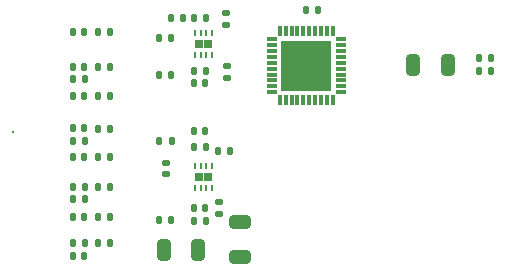
<source format=gbr>
%TF.GenerationSoftware,KiCad,Pcbnew,8.0.5*%
%TF.CreationDate,2024-11-05T15:42:22+00:00*%
%TF.ProjectId,ADE_Main_V4,4144455f-4d61-4696-9e5f-56342e6b6963,rev?*%
%TF.SameCoordinates,Original*%
%TF.FileFunction,Paste,Top*%
%TF.FilePolarity,Positive*%
%FSLAX46Y46*%
G04 Gerber Fmt 4.6, Leading zero omitted, Abs format (unit mm)*
G04 Created by KiCad (PCBNEW 8.0.5) date 2024-11-05 15:42:22*
%MOMM*%
%LPD*%
G01*
G04 APERTURE LIST*
G04 Aperture macros list*
%AMRoundRect*
0 Rectangle with rounded corners*
0 $1 Rounding radius*
0 $2 $3 $4 $5 $6 $7 $8 $9 X,Y pos of 4 corners*
0 Add a 4 corners polygon primitive as box body*
4,1,4,$2,$3,$4,$5,$6,$7,$8,$9,$2,$3,0*
0 Add four circle primitives for the rounded corners*
1,1,$1+$1,$2,$3*
1,1,$1+$1,$4,$5*
1,1,$1+$1,$6,$7*
1,1,$1+$1,$8,$9*
0 Add four rect primitives between the rounded corners*
20,1,$1+$1,$2,$3,$4,$5,0*
20,1,$1+$1,$4,$5,$6,$7,0*
20,1,$1+$1,$6,$7,$8,$9,0*
20,1,$1+$1,$8,$9,$2,$3,0*%
G04 Aperture macros list end*
%ADD10RoundRect,0.135000X-0.135000X-0.185000X0.135000X-0.185000X0.135000X0.185000X-0.135000X0.185000X0*%
%ADD11RoundRect,0.135000X0.135000X0.185000X-0.135000X0.185000X-0.135000X-0.185000X0.135000X-0.185000X0*%
%ADD12RoundRect,0.140000X0.140000X0.170000X-0.140000X0.170000X-0.140000X-0.170000X0.140000X-0.170000X0*%
%ADD13RoundRect,0.140000X-0.140000X-0.170000X0.140000X-0.170000X0.140000X0.170000X-0.140000X0.170000X0*%
%ADD14RoundRect,0.250000X0.650000X-0.325000X0.650000X0.325000X-0.650000X0.325000X-0.650000X-0.325000X0*%
%ADD15RoundRect,0.135000X0.185000X-0.135000X0.185000X0.135000X-0.185000X0.135000X-0.185000X-0.135000X0*%
%ADD16RoundRect,0.140000X0.170000X-0.140000X0.170000X0.140000X-0.170000X0.140000X-0.170000X-0.140000X0*%
%ADD17C,0.200000*%
%ADD18RoundRect,0.135000X-0.185000X0.135000X-0.185000X-0.135000X0.185000X-0.135000X0.185000X0.135000X0*%
%ADD19RoundRect,0.250000X-0.325000X-0.650000X0.325000X-0.650000X0.325000X0.650000X-0.325000X0.650000X0*%
%ADD20R,0.650000X0.750000*%
%ADD21R,0.250000X0.500000*%
%ADD22R,0.304800X0.812800*%
%ADD23R,0.812800X0.304800*%
%ADD24R,4.241800X4.241800*%
%ADD25RoundRect,0.250000X0.325000X0.650000X-0.325000X0.650000X-0.325000X-0.650000X0.325000X-0.650000X0*%
G04 APERTURE END LIST*
D10*
%TO.C,R25*%
X-1510000Y27390000D03*
X-490000Y27390000D03*
%TD*%
D11*
%TO.C,R18*%
X-3390000Y27880000D03*
X-4410000Y27880000D03*
%TD*%
D10*
%TO.C,R5*%
X-9600000Y19200000D03*
X-8580000Y19200000D03*
%TD*%
D12*
%TO.C,C11*%
X-10780000Y37080000D03*
X-11740000Y37080000D03*
%TD*%
D13*
%TO.C,C13*%
X-1500000Y28710000D03*
X-540000Y28710000D03*
%TD*%
D12*
%TO.C,C3*%
X-10780000Y21410000D03*
X-11740000Y21410000D03*
%TD*%
D11*
%TO.C,R9*%
X-3440000Y33440000D03*
X-4460000Y33440000D03*
%TD*%
D14*
%TO.C,C26*%
X2410000Y18075000D03*
X2410000Y21025000D03*
%TD*%
D15*
%TO.C,R20*%
X1250000Y37730000D03*
X1250000Y38750000D03*
%TD*%
D16*
%TO.C,C2*%
X-3860800Y25047000D03*
X-3860800Y26007000D03*
%TD*%
D12*
%TO.C,C7*%
X-10770000Y26480000D03*
X-11730000Y26480000D03*
%TD*%
D17*
%TO.C,TP1*%
X-16789400Y28600400D03*
%TD*%
D11*
%TO.C,R6*%
X-3430000Y21180000D03*
X-4450000Y21180000D03*
%TD*%
D10*
%TO.C,R1*%
X22654800Y34899600D03*
X23674800Y34899600D03*
%TD*%
D18*
%TO.C,R8*%
X1280000Y34240000D03*
X1280000Y33220000D03*
%TD*%
D12*
%TO.C,C4*%
X-10780000Y18150000D03*
X-11740000Y18150000D03*
%TD*%
D13*
%TO.C,C1*%
X22684800Y33782000D03*
X23644800Y33782000D03*
%TD*%
D10*
%TO.C,R26*%
X-1510000Y38280000D03*
X-490000Y38280000D03*
%TD*%
D12*
%TO.C,C16*%
X-2440000Y38310000D03*
X-3400000Y38310000D03*
%TD*%
D10*
%TO.C,R4*%
X-9600000Y21400000D03*
X-8580000Y21400000D03*
%TD*%
D12*
%TO.C,C12*%
X-10780000Y34170000D03*
X-11740000Y34170000D03*
%TD*%
D10*
%TO.C,R11*%
X-9600000Y23980000D03*
X-8580000Y23980000D03*
%TD*%
%TO.C,R24*%
X-1510000Y33820000D03*
X-490000Y33820000D03*
%TD*%
%TO.C,R14*%
X-9600000Y37070000D03*
X-8580000Y37070000D03*
%TD*%
%TO.C,R23*%
X-1510000Y21090000D03*
X-490000Y21090000D03*
%TD*%
D19*
%TO.C,C18*%
X17092400Y34340800D03*
X20042400Y34340800D03*
%TD*%
D10*
%TO.C,R10*%
X-9600000Y26500000D03*
X-8580000Y26500000D03*
%TD*%
%TO.C,R15*%
X-9600000Y34160000D03*
X-8580000Y34160000D03*
%TD*%
D11*
%TO.C,R21*%
X-10730000Y33160000D03*
X-11750000Y33160000D03*
%TD*%
D13*
%TO.C,C6*%
X-1500000Y32750000D03*
X-540000Y32750000D03*
%TD*%
D11*
%TO.C,R17*%
X-10720000Y22960000D03*
X-11740000Y22960000D03*
%TD*%
%TO.C,R7*%
X-10730000Y19200000D03*
X-11750000Y19200000D03*
%TD*%
D20*
%TO.C,U3*%
X-1080000Y36100000D03*
X-280000Y36100000D03*
D21*
X-1430000Y35150000D03*
X-930000Y35150000D03*
X-430000Y35150000D03*
X70000Y35150000D03*
X70000Y37050000D03*
X-430000Y37050000D03*
X-930000Y37050000D03*
X-1430000Y37050000D03*
%TD*%
D12*
%TO.C,C9*%
X-10780000Y31700000D03*
X-11740000Y31700000D03*
%TD*%
%TO.C,C10*%
X-10780000Y28940000D03*
X-11740000Y28940000D03*
%TD*%
D10*
%TO.C,R16*%
X570000Y27050000D03*
X1590000Y27050000D03*
%TD*%
D22*
%TO.C,U2*%
X10287000Y37160200D03*
X9779000Y37160200D03*
X9271000Y37160200D03*
X8788400Y37160200D03*
X8280400Y37160200D03*
X7772400Y37160200D03*
X7264400Y37160200D03*
X6781800Y37160200D03*
X6273800Y37160200D03*
X5765800Y37160200D03*
D23*
X5130800Y36525200D03*
X5130800Y36017200D03*
X5130800Y35509200D03*
X5130800Y35026600D03*
X5130800Y34518600D03*
X5130800Y34010600D03*
X5130800Y33502600D03*
X5130800Y33020000D03*
X5130800Y32512000D03*
X5130800Y32004000D03*
D22*
X5765800Y31369000D03*
X6273800Y31369000D03*
X6781800Y31369000D03*
X7264400Y31369000D03*
X7772400Y31369000D03*
X8280400Y31369000D03*
X8788400Y31369000D03*
X9271000Y31369000D03*
X9779000Y31369000D03*
X10287000Y31369000D03*
D23*
X10922000Y32004000D03*
X10922000Y32512000D03*
X10922000Y33020000D03*
X10922000Y33502600D03*
X10922000Y34010600D03*
X10922000Y34518600D03*
X10922000Y35026600D03*
X10922000Y35509200D03*
X10922000Y36017200D03*
X10922000Y36525200D03*
D24*
X8026400Y34264600D03*
%TD*%
D13*
%TO.C,C5*%
X-1500000Y22200000D03*
X-540000Y22200000D03*
%TD*%
D11*
%TO.C,R22*%
X-3440000Y36620000D03*
X-4460000Y36620000D03*
%TD*%
D10*
%TO.C,R12*%
X-9600000Y31690000D03*
X-8580000Y31690000D03*
%TD*%
D20*
%TO.C,U1*%
X-1080000Y24810000D03*
X-280000Y24810000D03*
D21*
X-1430000Y23860000D03*
X-930000Y23860000D03*
X-430000Y23860000D03*
X70000Y23860000D03*
X70000Y25760000D03*
X-430000Y25760000D03*
X-930000Y25760000D03*
X-1430000Y25760000D03*
%TD*%
D18*
%TO.C,R3*%
X650000Y22680000D03*
X650000Y21660000D03*
%TD*%
D11*
%TO.C,R19*%
X-10730000Y27900000D03*
X-11750000Y27900000D03*
%TD*%
%TO.C,R2*%
X8993600Y38963600D03*
X7973600Y38963600D03*
%TD*%
D10*
%TO.C,R13*%
X-9600000Y28930000D03*
X-8580000Y28930000D03*
%TD*%
D25*
%TO.C,C25*%
X-1105000Y18670000D03*
X-4055000Y18670000D03*
%TD*%
D12*
%TO.C,C8*%
X-10730000Y24000000D03*
X-11690000Y24000000D03*
%TD*%
M02*

</source>
